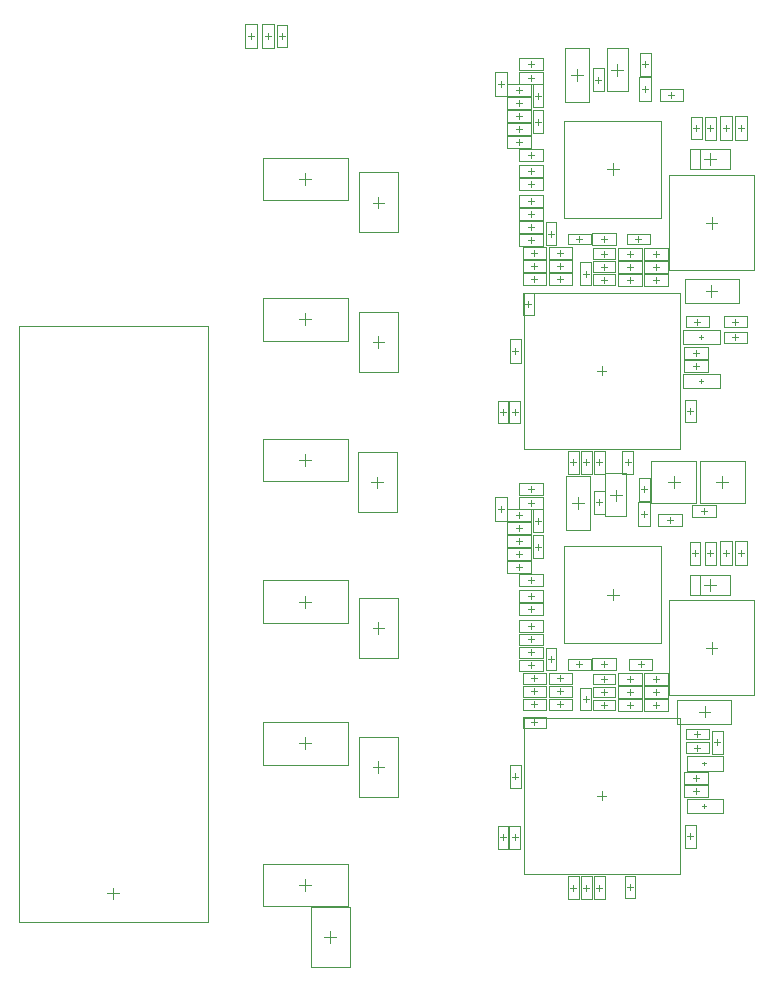
<source format=gbr>
G04 Layer_Color=32768*
%FSLAX26Y26*%
%MOIN*%
%TF.FileFunction,Mechanical*%
%TF.Part,Single*%
G01*
G75*
%TA.AperFunction,NonConductor*%
%ADD75C,0.003937*%
%ADD251C,0.001968*%
D75*
X3787183Y2370073D02*
Y2409443D01*
X3767497Y2389758D02*
X3806868D01*
X5756112Y3655354D02*
Y3675354D01*
X5745905Y3665354D02*
X5765905D01*
X4238032Y5248238D02*
X4258032D01*
X4248032Y5238032D02*
Y5258032D01*
X4293150Y5247825D02*
X4313150D01*
X4303150Y5238032D02*
Y5258032D01*
X4350394Y5238032D02*
Y5258032D01*
X4340394Y5247825D02*
X4360394D01*
X5407874Y3682913D02*
Y3702913D01*
X5397874Y3693119D02*
X5417874D01*
X5403937Y5092362D02*
Y5112362D01*
X5393937Y5102156D02*
X5413937D01*
X4490544Y2243888D02*
X4529914D01*
X4510229Y2224203D02*
Y2263573D01*
X4648025Y3759636D02*
X4687395D01*
X4667710Y3739951D02*
Y3779321D01*
X4651962Y2810817D02*
X4691332D01*
X4671647Y2791132D02*
Y2830502D01*
X4651962Y4228140D02*
X4691332D01*
X4671647Y4208455D02*
Y4247825D01*
X4651962Y3275384D02*
X4691332D01*
X4671647Y3255699D02*
Y3295069D01*
X4651962Y4692707D02*
X4691332D01*
X4671647Y4673022D02*
Y4712392D01*
X5817330Y3740364D02*
Y3779734D01*
X5797645Y3760049D02*
X5837015D01*
X5655913Y3740364D02*
Y3779734D01*
X5636227Y3760049D02*
X5675597D01*
X5118346Y2779321D02*
X5138346D01*
X5128346Y2769528D02*
Y2789528D01*
X5118346Y4196644D02*
X5138346D01*
X5128346Y4186850D02*
Y4206850D01*
X5179734Y3226220D02*
Y3246220D01*
X5169528Y3236220D02*
X5189528D01*
X5179322Y3271496D02*
Y3291496D01*
X5169528Y3281496D02*
X5189528D01*
X5179322Y3326614D02*
Y3346614D01*
X5169528Y3336614D02*
X5189528D01*
X5730503Y2720315D02*
Y2740315D01*
X5720709Y2730315D02*
X5740709D01*
X5730503Y2763622D02*
Y2783622D01*
X5720709Y2773622D02*
X5740709D01*
X5179322Y3425039D02*
Y3445039D01*
X5169528Y3435039D02*
X5189528D01*
X5179322Y3369921D02*
Y3389921D01*
X5169528Y3379921D02*
X5189528D01*
X5277747Y3096299D02*
Y3116299D01*
X5267953Y3106299D02*
X5287953D01*
X5191133Y3096299D02*
Y3116299D01*
X5181339Y3106299D02*
X5201339D01*
X5179007Y3680945D02*
Y3700945D01*
X5169213Y3690945D02*
X5189213D01*
X5277747Y3052992D02*
Y3072992D01*
X5267953Y3062992D02*
X5287953D01*
X5191133Y3052992D02*
Y3072992D01*
X5181339Y3062992D02*
X5201339D01*
X5277747Y3009685D02*
Y3029685D01*
X5267953Y3019685D02*
X5287953D01*
X5191133Y3009685D02*
Y3029685D01*
X5181339Y3019685D02*
X5201339D01*
X5597057Y3094330D02*
Y3114330D01*
X5586850Y3104330D02*
X5606850D01*
X5597057Y3051023D02*
Y3071023D01*
X5586850Y3061023D02*
X5606850D01*
X5597057Y3007716D02*
Y3027716D01*
X5586850Y3017716D02*
X5606850D01*
X5510030Y3007716D02*
Y3027716D01*
X5500236Y3017716D02*
X5520236D01*
X5510030Y3051023D02*
Y3071023D01*
X5500236Y3061023D02*
X5520236D01*
X5510030Y3094330D02*
Y3114330D01*
X5500236Y3104330D02*
X5520236D01*
X5364567Y2399449D02*
Y2419449D01*
X5354567Y2409243D02*
X5374567D01*
X5801575Y2883701D02*
Y2903701D01*
X5791575Y2893494D02*
X5811575D01*
X5407874Y2399449D02*
Y2419449D01*
X5397874Y2409243D02*
X5417874D01*
X5724646Y2921260D02*
X5744646D01*
X5734852Y2911260D02*
Y2931260D01*
X5330945Y3153543D02*
X5350945D01*
X5341151Y3143543D02*
Y3163543D01*
X5557480Y3726220D02*
Y3746220D01*
X5547480Y3736427D02*
X5567480D01*
X5362599Y3028031D02*
Y3048031D01*
X5352599Y3038237D02*
X5372599D01*
X5724646Y2875984D02*
X5744646D01*
X5734852Y2865984D02*
Y2885984D01*
X5321260Y2399449D02*
Y2419449D01*
X5311260Y2409243D02*
X5331260D01*
X5711024Y2570708D02*
Y2590708D01*
X5701024Y2580502D02*
X5721024D01*
X5126378Y2567401D02*
Y2587401D01*
X5116378Y2577607D02*
X5136378D01*
X5181339Y2960630D02*
X5201339D01*
X5191132Y2950630D02*
Y2970630D01*
X5510236Y2401417D02*
Y2421417D01*
X5500236Y2411211D02*
X5520236D01*
X5087008Y2567401D02*
Y2587401D01*
X5077008Y2577607D02*
X5097008D01*
X5413622Y3104330D02*
X5433622D01*
X5423828Y3094330D02*
Y3114330D01*
X5413622Y3061023D02*
X5433622D01*
X5423828Y3051023D02*
Y3071023D01*
X5413622Y3017716D02*
X5433622D01*
X5423828Y3007716D02*
Y3027716D01*
X5423416Y3143543D02*
Y3163543D01*
X5413622Y3153543D02*
X5433622D01*
X5139951Y3641575D02*
Y3661575D01*
X5130158Y3651575D02*
X5150158D01*
X5179007Y3728189D02*
Y3748189D01*
X5169213Y3738189D02*
X5189213D01*
X5432480Y3385827D02*
X5471850D01*
X5452165Y3366141D02*
Y3405512D01*
X5246772Y3161260D02*
Y3181260D01*
X5236772Y3171466D02*
X5256772D01*
X5203150Y3535275D02*
Y3555275D01*
X5193150Y3545069D02*
X5213150D01*
X5203150Y3621890D02*
Y3641890D01*
X5193150Y3632096D02*
X5213150D01*
X5179322Y3139606D02*
Y3159606D01*
X5169528Y3149606D02*
X5189528D01*
X5179322Y3182913D02*
Y3202913D01*
X5169528Y3192913D02*
X5189528D01*
X5139951Y3554960D02*
Y3574960D01*
X5130158Y3564960D02*
X5150158D01*
X5139951Y3511653D02*
Y3531653D01*
X5130158Y3521653D02*
X5150158D01*
X5139951Y3598267D02*
Y3618267D01*
X5130158Y3608267D02*
X5150158D01*
X4427353Y3342527D02*
Y3381897D01*
X4407668Y3362212D02*
X4447038D01*
X4427353Y2870086D02*
Y2909456D01*
X4407668Y2889771D02*
X4447038D01*
X4427353Y2397645D02*
Y2437015D01*
X4407668Y2417330D02*
X4447038D01*
X5070788Y3671466D02*
X5090788D01*
X5080788Y3661260D02*
Y3681260D01*
X5140364Y3468346D02*
Y3488346D01*
X5130158Y3478346D02*
X5150158D01*
X5462985Y3696644D02*
Y3736014D01*
X5443300Y3716329D02*
X5482670D01*
X5317001Y3690738D02*
X5356371D01*
X5336686Y3671053D02*
Y3710423D01*
X5730709Y4930945D02*
Y4950945D01*
X5720709Y4941151D02*
X5740709D01*
X5777953Y4930630D02*
Y4950630D01*
X5767953Y4940424D02*
X5787953D01*
X5648238Y5041181D02*
Y5061181D01*
X5638032Y5051181D02*
X5658032D01*
X5313379Y5117904D02*
X5352749D01*
X5333064Y5098219D02*
Y5137589D01*
X5466922Y5113967D02*
Y5153337D01*
X5447237Y5133652D02*
X5486607D01*
X5140364Y4885669D02*
Y4905669D01*
X5130158Y4895669D02*
X5150158D01*
X5070787Y5088789D02*
X5090787D01*
X5080787Y5078583D02*
Y5098583D01*
X4427353Y3814968D02*
Y3854338D01*
X4407668Y3834653D02*
X4447038D01*
X4427353Y4283471D02*
Y4322842D01*
X4407668Y4303157D02*
X4447038D01*
X4427353Y4751975D02*
Y4791346D01*
X4407668Y4771660D02*
X4447038D01*
X5139951Y5015591D02*
Y5035591D01*
X5130158Y5025591D02*
X5150158D01*
X5139951Y4928976D02*
Y4948976D01*
X5130158Y4938976D02*
X5150158D01*
X5139951Y4972283D02*
Y4992283D01*
X5130158Y4982283D02*
X5150158D01*
X5179322Y4600236D02*
Y4620236D01*
X5169528Y4610236D02*
X5189528D01*
X5179322Y4556929D02*
Y4576929D01*
X5169528Y4566929D02*
X5189528D01*
X5203150Y5039212D02*
Y5059212D01*
X5193150Y5049419D02*
X5213150D01*
X5203150Y4952598D02*
Y4972598D01*
X5193150Y4962392D02*
X5213150D01*
X5246772Y4578583D02*
Y4598583D01*
X5236772Y4588789D02*
X5256772D01*
X5551417Y5070660D02*
X5571417D01*
X5561417Y5060866D02*
Y5080866D01*
X5870315Y4940424D02*
X5890315D01*
X5880315Y4930630D02*
Y4950630D01*
X5432480Y4803150D02*
X5471850D01*
X5452165Y4783464D02*
Y4822834D01*
X5179006Y5145512D02*
Y5165512D01*
X5169213Y5155512D02*
X5189213D01*
X5139951Y5058898D02*
Y5078898D01*
X5130158Y5068898D02*
X5150158D01*
X5819134Y4940424D02*
X5839134D01*
X5829134Y4930630D02*
Y4950630D01*
X5423416Y4560866D02*
Y4580866D01*
X5413622Y4570866D02*
X5433622D01*
X5413622Y4435039D02*
X5433622D01*
X5423828Y4425039D02*
Y4445039D01*
X5413622Y4478346D02*
X5433622D01*
X5423828Y4468346D02*
Y4488346D01*
X5413622Y4521653D02*
X5433622D01*
X5423828Y4511653D02*
Y4531653D01*
X5087008Y3984724D02*
Y4004724D01*
X5077008Y3994930D02*
X5097008D01*
X5502362Y3816772D02*
Y3836772D01*
X5492362Y3826565D02*
X5512362D01*
X5171654Y4344331D02*
Y4364331D01*
X5161654Y4354537D02*
X5181654D01*
X5126378Y3984724D02*
Y4004724D01*
X5116378Y3994930D02*
X5136378D01*
X5711024Y3988031D02*
Y4008031D01*
X5701024Y3997825D02*
X5721024D01*
X5321260Y3816772D02*
Y3836772D01*
X5311260Y3826565D02*
X5331260D01*
X5724646Y4295275D02*
X5744646D01*
X5734852Y4285275D02*
Y4305275D01*
X5362598Y4445354D02*
Y4465354D01*
X5352598Y4455560D02*
X5372598D01*
X5561417Y5143543D02*
Y5163543D01*
X5551417Y5153337D02*
X5571417D01*
X5527795Y4570866D02*
X5547795D01*
X5538002Y4560866D02*
Y4580866D01*
X5330945Y4570866D02*
X5350945D01*
X5341151Y4560866D02*
Y4580866D01*
X5850630Y4244094D02*
X5870630D01*
X5860424Y4234094D02*
Y4254094D01*
X5407874Y3816772D02*
Y3836772D01*
X5397874Y3826565D02*
X5417874D01*
X5781684Y4377960D02*
Y4417330D01*
X5761998Y4397645D02*
X5801369D01*
X5850630Y4295275D02*
X5870630D01*
X5860424Y4285275D02*
Y4305275D01*
X5364567Y3816772D02*
Y3836772D01*
X5354567Y3826565D02*
X5374567D01*
X5777953Y4818898D02*
Y4858268D01*
X5758268Y4838583D02*
X5797638D01*
X5762198Y4625778D02*
X5801568D01*
X5781883Y4606093D02*
Y4645463D01*
X5510030Y4511653D02*
Y4531653D01*
X5500236Y4521653D02*
X5520236D01*
X5510030Y4468346D02*
Y4488346D01*
X5500236Y4478346D02*
X5520236D01*
X5510030Y4425039D02*
Y4445039D01*
X5500236Y4435039D02*
X5520236D01*
X5597057Y4425039D02*
Y4445039D01*
X5586850Y4435039D02*
X5606850D01*
X5597057Y4468346D02*
Y4488346D01*
X5586850Y4478346D02*
X5606850D01*
X5597057Y4511653D02*
Y4531653D01*
X5586850Y4521653D02*
X5606850D01*
X5191132Y4427008D02*
Y4447008D01*
X5181339Y4437008D02*
X5201339D01*
X5277747Y4427008D02*
Y4447008D01*
X5267953Y4437008D02*
X5287953D01*
X5191132Y4470315D02*
Y4490315D01*
X5181339Y4480315D02*
X5201339D01*
X5277747Y4470315D02*
Y4490315D01*
X5267953Y4480315D02*
X5287953D01*
X5179006Y5098268D02*
Y5118268D01*
X5169213Y5108268D02*
X5189213D01*
X5191132Y4513622D02*
Y4533622D01*
X5181339Y4523622D02*
X5201339D01*
X5277747Y4513622D02*
Y4533622D01*
X5267953Y4523622D02*
X5287953D01*
X5179321Y4787244D02*
Y4807244D01*
X5169528Y4797244D02*
X5189528D01*
X5179321Y4842362D02*
Y4862362D01*
X5169528Y4852362D02*
X5189528D01*
X5730502Y4180945D02*
Y4200945D01*
X5720709Y4190945D02*
X5740709D01*
X5730502Y4137638D02*
Y4157638D01*
X5720709Y4147638D02*
X5740709D01*
X5179321Y4743937D02*
Y4763937D01*
X5169528Y4753937D02*
X5189528D01*
X5179321Y4688819D02*
Y4708819D01*
X5169528Y4698819D02*
X5189528D01*
X5179734Y4643543D02*
Y4663543D01*
X5169528Y4653543D02*
X5189528D01*
X5758474Y2976371D02*
Y3015741D01*
X5738789Y2996056D02*
X5778159D01*
X5762198Y3208455D02*
X5801568D01*
X5781883Y3188770D02*
Y3228140D01*
X5547480Y3653337D02*
X5567480D01*
X5557480Y3643543D02*
Y3663543D01*
X5644301Y3623858D02*
Y3643858D01*
X5634095Y3633858D02*
X5654095D01*
X5535669Y3153543D02*
X5555669D01*
X5545876Y3143543D02*
Y3163543D01*
X5726772Y3513622D02*
Y3533622D01*
X5716772Y3523828D02*
X5736772D01*
X5777953Y3513622D02*
Y3533622D01*
X5767953Y3523416D02*
X5787953D01*
X5777953Y3397638D02*
Y3437008D01*
X5758268Y3417323D02*
X5797638D01*
X5870315Y3523416D02*
X5890315D01*
X5880315Y3513622D02*
Y3533622D01*
X5819134Y3523416D02*
X5839134D01*
X5829134Y3513622D02*
Y3533622D01*
D251*
X3472428Y2294751D02*
X4102349Y2294751D01*
X3472428Y4279515D02*
X4102349Y4279515D01*
Y2294751D02*
Y4279515D01*
X3472428Y2294751D02*
Y4279515D01*
X5795276Y3645669D02*
Y3685039D01*
X5716535Y3685039D02*
X5795276Y3685039D01*
X5716535Y3645669D02*
X5795276Y3645669D01*
X5716535Y3645669D02*
Y3685039D01*
X4228346Y5287402D02*
X4267717D01*
X4228346D02*
X4228346Y5208661D01*
X4267717D02*
X4267717Y5287402D01*
X4228346Y5208661D02*
X4267717D01*
X4283465D02*
X4322835D01*
X4322835Y5287402D02*
X4322835Y5208661D01*
X4283465D02*
X4283465Y5287402D01*
X4322835D01*
X4332394Y5286032D02*
X4368394D01*
X4332394Y5210032D02*
X4332394Y5286032D01*
X4368394D02*
X4368394Y5210032D01*
X4332394D02*
X4368394D01*
X5389874Y3654913D02*
X5425874D01*
X5425874Y3730913D01*
X5389874D02*
X5389874Y3654913D01*
X5389874Y3730913D02*
X5425874D01*
X5385937Y5140362D02*
X5421937D01*
X5385937Y5064362D02*
X5385937Y5140362D01*
X5421937D02*
X5421937Y5064362D01*
X5385937D02*
X5421937D01*
X4445236Y2144094D02*
X4575236D01*
X4575236Y2344094D02*
X4575236Y2144094D01*
X4445236D02*
Y2344094D01*
X4575236D01*
X4602717Y3659843D02*
X4732717D01*
X4732717Y3859843D02*
X4732717Y3659843D01*
X4602717D02*
Y3859843D01*
X4732717D01*
X4606654Y2711024D02*
X4736654D01*
X4736654Y2911024D02*
X4736654Y2711024D01*
X4606654D02*
Y2911024D01*
X4736654D01*
X4606654Y4128346D02*
X4736654D01*
X4736654Y4328346D02*
X4736654Y4128346D01*
X4606654D02*
Y4328346D01*
X4736654D01*
X4606654Y3175590D02*
X4736654D01*
X4736654Y3375590D02*
X4736654Y3175590D01*
X4606654D02*
Y3375590D01*
X4736654D01*
X4606654Y4592913D02*
X4736654D01*
X4736654Y4792913D02*
X4736654Y4592913D01*
X4606654D02*
Y4792913D01*
X4736654D01*
X5742323Y3689843D02*
X5892323D01*
X5892323Y3829843D01*
X5742323D02*
X5742323Y3689843D01*
X5742323Y3829843D02*
X5892323D01*
X5580906Y3689843D02*
X5730905D01*
X5730905Y3829843D01*
X5580905D02*
X5580906Y3689843D01*
X5580905Y3829843D02*
X5730905D01*
X5108661Y2740157D02*
X5148032D01*
X5148032Y2818898D02*
X5148032Y2740157D01*
X5108661D02*
X5108662Y2818898D01*
X5148032D01*
X5108661Y4157480D02*
X5148032D01*
X5148032Y4236220D02*
X5148032Y4157480D01*
X5108661D02*
X5108662Y4236220D01*
X5148032D01*
X5155748Y2454567D02*
X5675748D01*
Y2974567D01*
X5155748Y2454567D02*
Y2974567D01*
X5675748D01*
X5415748Y2699567D02*
Y2729567D01*
X5400748Y2714567D02*
X5430748D01*
X5218898Y3216535D02*
Y3255905D01*
X5140158Y3255905D02*
X5218898Y3255905D01*
X5140158Y3216535D02*
X5218898Y3216535D01*
X5140158Y3216535D02*
Y3255905D01*
X5140158Y3261811D02*
Y3301181D01*
Y3261811D02*
X5218898Y3261811D01*
X5140158Y3301181D02*
X5218898Y3301181D01*
Y3261811D02*
Y3301181D01*
X5140158Y3316929D02*
Y3356299D01*
Y3316929D02*
X5218898Y3316929D01*
X5140158Y3356299D02*
X5218898Y3356299D01*
Y3316929D02*
Y3356299D01*
X5691339Y2710630D02*
Y2750000D01*
Y2710630D02*
X5770079Y2710630D01*
X5691339Y2750000D02*
X5770079Y2750000D01*
Y2710630D02*
Y2750000D01*
X5691339Y2753937D02*
Y2793307D01*
Y2753937D02*
X5770079Y2753937D01*
X5691339Y2793307D02*
X5770079Y2793307D01*
Y2753937D02*
Y2793307D01*
X5140158Y3415354D02*
Y3454724D01*
Y3415354D02*
X5218898Y3415354D01*
X5140158Y3454724D02*
X5218898Y3454724D01*
Y3415354D02*
Y3454724D01*
X5140158Y3360236D02*
Y3399606D01*
Y3360236D02*
X5218898Y3360236D01*
X5140158Y3399606D02*
X5218898Y3399606D01*
Y3360236D02*
Y3399606D01*
X5238583Y3086614D02*
Y3125984D01*
Y3086614D02*
X5317323Y3086614D01*
X5238583Y3125984D02*
X5317323Y3125984D01*
Y3086614D02*
Y3125984D01*
X5151969Y3086614D02*
Y3125984D01*
Y3086614D02*
X5230709Y3086614D01*
X5151969Y3125984D02*
X5230709Y3125984D01*
Y3086614D02*
Y3125984D01*
X5139843Y3671260D02*
Y3710630D01*
Y3671260D02*
X5218583Y3671260D01*
X5139843Y3710630D02*
X5218583Y3710630D01*
Y3671260D02*
Y3710630D01*
X5238583Y3043307D02*
Y3082677D01*
Y3043307D02*
X5317323Y3043307D01*
X5238583Y3082677D02*
X5317323Y3082677D01*
Y3043307D02*
Y3082677D01*
X5151969Y3043307D02*
Y3082677D01*
Y3043307D02*
X5230709Y3043307D01*
X5151969Y3082677D02*
X5230709Y3082677D01*
Y3043307D02*
Y3082677D01*
X5238583Y3000000D02*
Y3039370D01*
Y3000000D02*
X5317323Y3000000D01*
X5238583Y3039370D02*
X5317323Y3039370D01*
Y3000000D02*
Y3039370D01*
X5151969Y3000000D02*
Y3039370D01*
Y3000000D02*
X5230709Y3000000D01*
X5151969Y3039370D02*
X5230709Y3039370D01*
Y3000000D02*
Y3039370D01*
X5636221Y3084645D02*
Y3124015D01*
X5557480Y3124015D02*
X5636221Y3124015D01*
X5557480Y3084645D02*
X5636221Y3084645D01*
X5557480Y3084645D02*
Y3124015D01*
X5636221Y3041338D02*
Y3080709D01*
X5557480Y3080708D02*
X5636221Y3080709D01*
X5557480Y3041338D02*
X5636221Y3041338D01*
X5557480Y3041338D02*
Y3080708D01*
X5636221Y2998031D02*
Y3037401D01*
X5557480Y3037401D02*
X5636221Y3037401D01*
X5557480Y2998031D02*
X5636221Y2998031D01*
X5557480Y2998031D02*
Y3037401D01*
X5470866Y2998031D02*
Y3037401D01*
Y2998031D02*
X5549606Y2998031D01*
X5470866Y3037401D02*
X5549606Y3037401D01*
Y2998031D02*
Y3037401D01*
X5470866Y3041338D02*
Y3080709D01*
Y3041338D02*
X5549606Y3041338D01*
X5470866Y3080709D02*
X5549606Y3080708D01*
Y3041338D02*
Y3080708D01*
X5470866Y3084645D02*
Y3124015D01*
Y3084645D02*
X5549606Y3084645D01*
X5470866Y3124015D02*
X5549606Y3124015D01*
Y3084645D02*
Y3124015D01*
X5751709Y2822834D02*
X5764701D01*
X5821260Y2799213D02*
Y2846457D01*
X5758205Y2816338D02*
Y2829330D01*
X5699213Y2846457D02*
X5821260D01*
X5699213Y2799213D02*
X5821260D01*
X5699213D02*
Y2846457D01*
X5751709Y2681102D02*
X5764701D01*
X5821260Y2657480D02*
Y2704724D01*
X5758205Y2674606D02*
Y2687598D01*
X5699213Y2704724D02*
X5821260D01*
X5699213Y2657480D02*
X5821260D01*
X5699213D02*
Y2704724D01*
X5346567Y2447449D02*
X5382567D01*
X5346567Y2371449D02*
X5346567Y2447449D01*
X5382567D02*
X5382567Y2371449D01*
X5346567D02*
X5382567D01*
X5783575Y2931701D02*
X5819575D01*
X5783575Y2855701D02*
X5783575Y2931701D01*
X5819575D02*
X5819575Y2855701D01*
X5783575D02*
X5819575D01*
X5389874Y2447449D02*
X5425874D01*
X5389874Y2371449D02*
X5389874Y2447449D01*
X5425874D02*
X5425874Y2371449D01*
X5389874D02*
X5425874D01*
X5696646Y2903260D02*
Y2939260D01*
Y2903260D02*
X5772646Y2903260D01*
X5696646Y2939260D02*
X5772646Y2939260D01*
Y2903260D02*
Y2939260D01*
X5302945Y3135543D02*
Y3171543D01*
Y3135543D02*
X5378945Y3135543D01*
X5302945Y3171543D02*
X5378945Y3171543D01*
Y3135543D02*
Y3171543D01*
X5539480Y3698220D02*
X5575480D01*
X5575480Y3774220D01*
X5539480D02*
X5539480Y3698220D01*
X5539480Y3774220D02*
X5575480D01*
X5344599Y3000031D02*
X5380599D01*
X5380599Y3076031D01*
X5344598D02*
X5344599Y3000031D01*
X5344598Y3076031D02*
X5380599D01*
X5696646Y2857984D02*
Y2893984D01*
Y2857984D02*
X5772646Y2857984D01*
X5696646Y2893984D02*
X5772646Y2893984D01*
Y2857984D02*
Y2893984D01*
X5303260Y2447449D02*
X5339260D01*
X5303260Y2371449D02*
X5303260Y2447449D01*
X5339260D02*
X5339260Y2371449D01*
X5303260D02*
X5339260D01*
X5693024Y2618708D02*
X5729024D01*
X5693024Y2542708D02*
X5693024Y2618708D01*
X5729024D02*
X5729024Y2542708D01*
X5693024D02*
X5729024D01*
X5108378Y2539401D02*
X5144378D01*
X5144378Y2615401D01*
X5108378D02*
X5108378Y2539401D01*
X5108378Y2615401D02*
X5144378D01*
X5229339Y2942630D02*
Y2978630D01*
X5153339Y2978630D02*
X5229339Y2978630D01*
X5153339Y2942630D02*
X5229339Y2942630D01*
X5153339Y2942630D02*
Y2978630D01*
X5492236Y2449417D02*
X5528236D01*
X5492236Y2373417D02*
X5492236Y2449417D01*
X5528236D02*
X5528236Y2373417D01*
X5492236D02*
X5528236D01*
X5069008Y2539401D02*
X5105008D01*
X5105008Y2615401D01*
X5069008D02*
X5069008Y2539401D01*
X5069008Y2615401D02*
X5105008D01*
X5385622Y3086330D02*
Y3122330D01*
Y3086330D02*
X5461622Y3086330D01*
X5385622Y3122330D02*
X5461622Y3122331D01*
Y3086330D02*
Y3122331D01*
X5385622Y3043023D02*
Y3079023D01*
Y3043023D02*
X5461622Y3043023D01*
X5385622Y3079023D02*
X5461622Y3079023D01*
Y3043023D02*
Y3079023D01*
X5385622Y2999716D02*
Y3035716D01*
Y2999716D02*
X5461622Y2999716D01*
X5385622Y3035716D02*
X5461622Y3035716D01*
Y2999716D02*
Y3035716D01*
X5384252Y3133858D02*
Y3173228D01*
Y3133858D02*
X5462992Y3133858D01*
X5384252Y3173228D02*
X5462992Y3173228D01*
Y3133858D02*
Y3173228D01*
X5100788Y3631889D02*
Y3671260D01*
Y3631889D02*
X5179528Y3631890D01*
X5100788Y3671260D02*
X5179528Y3671260D01*
Y3631890D02*
Y3671260D01*
X5139843Y3718504D02*
Y3757874D01*
Y3718504D02*
X5218583Y3718504D01*
X5139843Y3757874D02*
X5218583Y3757874D01*
Y3718504D02*
Y3757874D01*
X5290748Y3547244D02*
X5613583D01*
X5290748Y3224409D02*
Y3547244D01*
X5613583Y3224409D02*
Y3547244D01*
X5290748Y3224409D02*
X5613583D01*
X5228772Y3133260D02*
X5264772D01*
X5264772Y3209260D01*
X5228772D02*
X5228772Y3133260D01*
X5228772Y3209260D02*
X5264772D01*
X5185150Y3583275D02*
X5221150D01*
X5185150Y3507275D02*
X5185150Y3583275D01*
X5221150D02*
X5221150Y3507275D01*
X5185150D02*
X5221150D01*
X5185150Y3593890D02*
X5221150D01*
X5221150Y3669890D01*
X5185150D02*
X5185150Y3593890D01*
X5185150Y3669890D02*
X5221150D01*
X5140158Y3129921D02*
Y3169291D01*
Y3129921D02*
X5218898Y3129921D01*
X5140158Y3169291D02*
X5218898Y3169291D01*
Y3129921D02*
Y3169291D01*
X5140158Y3173228D02*
Y3212598D01*
Y3173228D02*
X5218898Y3173228D01*
X5140158Y3212598D02*
X5218898Y3212598D01*
Y3173228D02*
Y3212598D01*
X5100788Y3545275D02*
Y3584646D01*
Y3545275D02*
X5179528Y3545275D01*
X5100788Y3584646D02*
X5179528Y3584645D01*
Y3545275D02*
Y3584645D01*
X5100788Y3501968D02*
Y3541338D01*
Y3501968D02*
X5179528Y3501968D01*
X5100788Y3541338D02*
X5179528Y3541338D01*
Y3501968D02*
Y3541338D01*
X5100788Y3588582D02*
Y3627953D01*
Y3588582D02*
X5179528Y3588582D01*
X5100788Y3627953D02*
X5179528Y3627952D01*
Y3588582D02*
Y3627952D01*
X4285827Y3291338D02*
Y3433071D01*
Y3291338D02*
X4569291Y3291339D01*
X4285827Y3433071D02*
X4569291Y3433071D01*
Y3291339D02*
Y3433071D01*
X4285827Y2818898D02*
Y2960630D01*
Y2818898D02*
X4569291Y2818898D01*
X4285827Y2960630D02*
X4569291Y2960630D01*
Y2818898D02*
Y2960630D01*
X4285827Y2346456D02*
Y2488189D01*
Y2346456D02*
X4569292Y2346457D01*
X4285827Y2488189D02*
X4569292Y2488189D01*
Y2346457D02*
Y2488189D01*
X5061102Y3710630D02*
X5100473D01*
X5061102D02*
X5061102Y3631890D01*
X5100472D02*
X5100473Y3710630D01*
X5061102Y3631890D02*
X5100472D01*
X5179528Y3458661D02*
Y3498031D01*
X5100788Y3498031D02*
X5179528Y3498031D01*
X5100788Y3458661D02*
X5179528Y3458661D01*
X5100788Y3458661D02*
Y3498031D01*
X5427992Y3791535D02*
X5497992D01*
X5427992Y3646535D02*
X5427992Y3791535D01*
X5497992D02*
X5497992Y3646535D01*
X5427992D02*
X5497992D01*
X5296693Y3600945D02*
X5376693D01*
X5376693Y3780945D02*
X5376693Y3600945D01*
X5296693D02*
X5296693Y3780945D01*
X5376693D01*
X5712709Y4902945D02*
X5748709D01*
X5748709Y4978945D01*
X5712709D02*
X5712709Y4902945D01*
X5712709Y4978945D02*
X5748709D01*
X5759953Y4978630D02*
X5795953D01*
X5759953Y4902630D02*
X5759953Y4978630D01*
X5795953D02*
X5795953Y4902630D01*
X5759953D02*
X5795953D01*
X5687402Y5031496D02*
Y5070866D01*
X5608661Y5070866D02*
X5687402Y5070866D01*
X5608661Y5031496D02*
X5687402Y5031496D01*
X5608661Y5031496D02*
Y5070866D01*
X5293071Y5028110D02*
X5373071D01*
X5373071Y5208110D02*
X5373071Y5028110D01*
X5293071D02*
X5293071Y5208110D01*
X5373071D01*
X5431929Y5208858D02*
X5501929D01*
X5431929Y5063858D02*
X5431929Y5208858D01*
X5501929D02*
X5501929Y5063858D01*
X5431929D02*
X5501929D01*
X5179528Y4875984D02*
Y4915354D01*
X5100787Y4915354D02*
X5179528Y4915354D01*
X5100787Y4875984D02*
X5179528Y4875984D01*
X5100787Y4875984D02*
Y4915354D01*
X5061102Y5127953D02*
X5100472D01*
X5061102D02*
X5061102Y5049213D01*
X5100472D02*
X5100472Y5127953D01*
X5061102Y5049213D02*
X5100472D01*
X4285827Y3763779D02*
Y3905512D01*
Y3763779D02*
X4569292Y3763780D01*
X4285827Y3905512D02*
X4569292Y3905512D01*
Y3763780D02*
Y3905512D01*
X4285827Y4232283D02*
Y4374016D01*
Y4232283D02*
X4569292Y4232283D01*
X4285827Y4374016D02*
X4569292Y4374016D01*
Y4232283D02*
Y4374016D01*
X4285827Y4700787D02*
Y4842520D01*
Y4700787D02*
X4569291Y4700787D01*
X4285827Y4842520D02*
X4569291Y4842520D01*
Y4700787D02*
Y4842520D01*
X5100787Y5005905D02*
Y5045276D01*
Y5005905D02*
X5179528Y5005905D01*
X5100787Y5045276D02*
X5179528Y5045275D01*
Y5005905D02*
Y5045275D01*
X5100787Y4919291D02*
Y4958661D01*
Y4919291D02*
X5179528Y4919291D01*
X5100787Y4958661D02*
X5179528Y4958661D01*
Y4919291D02*
Y4958661D01*
X5100787Y4962598D02*
Y5001968D01*
Y4962598D02*
X5179528Y4962598D01*
X5100787Y5001968D02*
X5179528Y5001968D01*
Y4962598D02*
Y5001968D01*
X5140158Y4590551D02*
Y4629921D01*
Y4590551D02*
X5218898Y4590551D01*
X5140158Y4629921D02*
X5218898Y4629921D01*
Y4590551D02*
Y4629921D01*
X5140158Y4547244D02*
Y4586614D01*
Y4547244D02*
X5218898Y4547244D01*
X5140158Y4586614D02*
X5218898Y4586614D01*
Y4547244D02*
Y4586614D01*
X5185150Y5011212D02*
X5221150D01*
X5221150Y5087212D01*
X5185150D02*
X5185150Y5011212D01*
X5185150Y5087212D02*
X5221150D01*
X5185150Y5000598D02*
X5221150D01*
X5185150Y4924598D02*
X5185150Y5000598D01*
X5221150D02*
X5221150Y4924598D01*
X5185150D02*
X5221150D01*
X5228772Y4550583D02*
X5264772D01*
X5264772Y4626583D01*
X5228772D02*
X5228772Y4550583D01*
X5228772Y4626583D02*
X5264772D01*
X5541732Y5031496D02*
X5581102D01*
X5581102Y5110236D02*
X5581102Y5031496D01*
X5541732D02*
X5541732Y5110236D01*
X5581102D01*
X5860630Y4901260D02*
X5900000D01*
X5900000Y4980000D02*
X5900000Y4901260D01*
X5860630D02*
X5860630Y4980000D01*
X5900000D01*
X5290748Y4964567D02*
X5613583D01*
X5290748Y4641732D02*
Y4964567D01*
X5613583Y4641732D02*
Y4964567D01*
X5290748Y4641732D02*
X5613583D01*
X5139842Y5135827D02*
Y5175197D01*
Y5135827D02*
X5218583Y5135827D01*
X5139842Y5175197D02*
X5218583Y5175197D01*
Y5135827D02*
Y5175197D01*
X5100787Y5049212D02*
Y5088583D01*
Y5049212D02*
X5179528Y5049212D01*
X5100787Y5088583D02*
X5179528Y5088583D01*
Y5049212D02*
Y5088583D01*
X5809449Y4901260D02*
X5848819D01*
X5848819Y4980000D02*
X5848819Y4901260D01*
X5809449D02*
X5809449Y4980000D01*
X5848819D01*
X5384252Y4551181D02*
Y4590551D01*
Y4551181D02*
X5462992Y4551181D01*
X5384252Y4590551D02*
X5462992Y4590551D01*
Y4551181D02*
Y4590551D01*
X5385622Y4417039D02*
Y4453039D01*
Y4417039D02*
X5461622Y4417039D01*
X5385622Y4453039D02*
X5461622Y4453039D01*
Y4417039D02*
Y4453039D01*
X5385622Y4460346D02*
Y4496346D01*
Y4460346D02*
X5461622Y4460346D01*
X5385622Y4496346D02*
X5461622Y4496346D01*
Y4460346D02*
Y4496346D01*
X5385622Y4503653D02*
Y4539653D01*
Y4503653D02*
X5461622Y4503653D01*
X5385622Y4539653D02*
X5461622Y4539654D01*
Y4503653D02*
Y4539654D01*
X5069008Y3956724D02*
X5105008D01*
X5105008Y4032724D01*
X5069008D02*
X5069008Y3956724D01*
X5069008Y4032724D02*
X5105008D01*
X5484362Y3864772D02*
X5520362D01*
X5484362Y3788772D02*
X5484362Y3864772D01*
X5520362D02*
X5520362Y3788772D01*
X5484362D02*
X5520362D01*
X5153654Y4316331D02*
X5189654D01*
X5189654Y4392331D01*
X5153654D02*
X5153654Y4316331D01*
X5153654Y4392331D02*
X5189654D01*
X5108378Y3956724D02*
X5144378D01*
X5144378Y4032724D01*
X5108378D02*
X5108378Y3956724D01*
X5108378Y4032724D02*
X5144378D01*
X5693024Y4036031D02*
X5729024D01*
X5693024Y3960031D02*
X5693024Y4036031D01*
X5729024D02*
X5729024Y3960031D01*
X5693024D02*
X5729024D01*
X5303260Y3864772D02*
X5339260D01*
X5303260Y3788772D02*
X5303260Y3864772D01*
X5339260D02*
X5339260Y3788772D01*
X5303260D02*
X5339260D01*
X5696646Y4277275D02*
Y4313275D01*
Y4277275D02*
X5772646Y4277275D01*
X5696646Y4313275D02*
X5772646Y4313276D01*
Y4277275D02*
Y4313276D01*
X5344598Y4417354D02*
X5380598D01*
X5380599Y4493354D01*
X5344598D02*
X5344598Y4417354D01*
X5344598Y4493354D02*
X5380599D01*
X5543417Y5191543D02*
X5579417D01*
X5543417Y5115543D02*
X5543417Y5191543D01*
X5579417D02*
X5579417Y5115543D01*
X5543417D02*
X5579417D01*
X5499795Y4552866D02*
Y4588866D01*
Y4552866D02*
X5575795Y4552866D01*
X5499795Y4588866D02*
X5575795Y4588866D01*
Y4552866D02*
Y4588866D01*
X5302945Y4552866D02*
Y4588866D01*
Y4552866D02*
X5378945Y4552866D01*
X5302945Y4588866D02*
X5378945Y4588866D01*
Y4552866D02*
Y4588866D01*
X5898630Y4226094D02*
Y4262094D01*
X5822630Y4262095D02*
X5898630Y4262094D01*
X5822630Y4226094D02*
X5898630Y4226094D01*
X5822630Y4226094D02*
Y4262095D01*
X5389874Y3864772D02*
X5425874D01*
X5389874Y3788772D02*
X5389874Y3864772D01*
X5425874D02*
X5425874Y3788772D01*
X5389874D02*
X5425874D01*
X5691890Y4357638D02*
Y4437638D01*
Y4357638D02*
X5871890Y4357638D01*
X5691890Y4437638D02*
X5871890Y4437638D01*
Y4357638D02*
Y4437638D01*
X5898630Y4277275D02*
Y4313275D01*
X5822630Y4313276D02*
X5898630Y4313275D01*
X5822630Y4277275D02*
X5898630Y4277275D01*
X5822630Y4277275D02*
Y4313276D01*
X5346567Y3864772D02*
X5382567D01*
X5346567Y3788772D02*
X5346567Y3864772D01*
X5382567D02*
X5382567Y3788772D01*
X5346567D02*
X5382567D01*
X5739898Y4098425D02*
X5752890D01*
X5809449Y4074803D02*
Y4122047D01*
X5746394Y4091929D02*
Y4104921D01*
X5687402Y4122047D02*
X5809449D01*
X5687402Y4074803D02*
X5809449D01*
X5687402D02*
Y4122047D01*
X5739898Y4244094D02*
X5752890D01*
X5809449Y4220472D02*
Y4267716D01*
X5746394Y4237598D02*
Y4250590D01*
X5687402Y4267716D02*
X5809449D01*
X5687402Y4220472D02*
X5809449D01*
X5687402D02*
Y4267716D01*
X5742953Y4805118D02*
Y4872047D01*
X5711024D02*
X5844882D01*
X5711024Y4805118D02*
X5844882D01*
X5711024D02*
Y4872047D01*
X5844882Y4805118D02*
Y4872047D01*
X5640157Y4468504D02*
X5923622Y4468504D01*
X5923622Y4783465D02*
X5923622Y4468504D01*
X5640157Y4468504D02*
X5640158Y4783465D01*
X5923622D01*
X5470866Y4501968D02*
Y4541338D01*
Y4501968D02*
X5549606Y4501968D01*
X5470866Y4541338D02*
X5549606Y4541338D01*
Y4501968D02*
Y4541338D01*
X5470866Y4458661D02*
Y4498032D01*
Y4458661D02*
X5549606Y4458661D01*
X5470866Y4498032D02*
X5549606Y4498031D01*
Y4458661D02*
Y4498031D01*
X5470866Y4415354D02*
Y4454724D01*
Y4415354D02*
X5549606Y4415354D01*
X5470866Y4454724D02*
X5549606Y4454724D01*
Y4415354D02*
Y4454724D01*
X5636221Y4415354D02*
Y4454724D01*
X5557480Y4454724D02*
X5636221Y4454724D01*
X5557480Y4415354D02*
X5636221Y4415354D01*
X5557480Y4415354D02*
Y4454724D01*
X5636221Y4458661D02*
Y4498032D01*
X5557480Y4498031D02*
X5636221Y4498032D01*
X5557480Y4458661D02*
X5636221Y4458661D01*
X5557480Y4458661D02*
Y4498031D01*
X5636221Y4501968D02*
Y4541338D01*
X5557480Y4541338D02*
X5636221Y4541338D01*
X5557480Y4501968D02*
X5636221Y4501968D01*
X5557480Y4501968D02*
Y4541338D01*
X5151969Y4417323D02*
Y4456693D01*
Y4417323D02*
X5230709Y4417323D01*
X5151969Y4456693D02*
X5230709Y4456693D01*
Y4417323D02*
Y4456693D01*
X5238583Y4417323D02*
Y4456693D01*
Y4417323D02*
X5317323Y4417323D01*
X5238583Y4456693D02*
X5317323Y4456693D01*
Y4417323D02*
Y4456693D01*
X5151969Y4460630D02*
Y4500000D01*
Y4460630D02*
X5230709Y4460630D01*
X5151969Y4500000D02*
X5230709Y4500000D01*
Y4460630D02*
Y4500000D01*
X5238583Y4460630D02*
Y4500000D01*
Y4460630D02*
X5317323Y4460630D01*
X5238583Y4500000D02*
X5317323Y4500000D01*
Y4460630D02*
Y4500000D01*
X5139842Y5088583D02*
Y5127953D01*
Y5088583D02*
X5218583Y5088583D01*
X5139842Y5127953D02*
X5218583Y5127953D01*
Y5088583D02*
Y5127953D01*
X5151969Y4503937D02*
Y4543307D01*
Y4503937D02*
X5230709Y4503937D01*
X5151969Y4543307D02*
X5230709Y4543307D01*
Y4503937D02*
Y4543307D01*
X5238583Y4503937D02*
Y4543307D01*
Y4503937D02*
X5317323Y4503937D01*
X5238583Y4543307D02*
X5317323Y4543307D01*
Y4503937D02*
Y4543307D01*
X5140158Y4777559D02*
Y4816929D01*
Y4777559D02*
X5218898Y4777559D01*
X5140158Y4816929D02*
X5218898Y4816929D01*
Y4777559D02*
Y4816929D01*
X5140158Y4832677D02*
Y4872047D01*
Y4832677D02*
X5218898Y4832677D01*
X5140158Y4872047D02*
X5218898Y4872047D01*
Y4832677D02*
Y4872047D01*
X5691339Y4171260D02*
Y4210630D01*
Y4171260D02*
X5770079Y4171260D01*
X5691339Y4210630D02*
X5770079Y4210630D01*
Y4171260D02*
Y4210630D01*
X5691339Y4127953D02*
Y4167323D01*
Y4127953D02*
X5770079Y4127953D01*
X5691339Y4167323D02*
X5770079Y4167323D01*
Y4127953D02*
Y4167323D01*
X5140158Y4734252D02*
Y4773622D01*
Y4734252D02*
X5218898Y4734252D01*
X5140158Y4773622D02*
X5218898Y4773622D01*
Y4734252D02*
Y4773622D01*
X5140158Y4679134D02*
Y4718504D01*
Y4679134D02*
X5218898Y4679134D01*
X5140158Y4718504D02*
X5218898Y4718504D01*
Y4679134D02*
Y4718504D01*
X5218898Y4633858D02*
Y4673228D01*
X5140158Y4673228D02*
X5218898Y4673228D01*
X5140158Y4633858D02*
X5218898Y4633858D01*
X5140158Y4633858D02*
Y4673228D01*
X5155748Y3871890D02*
X5675748D01*
Y4391890D01*
X5155748Y3871890D02*
Y4391890D01*
X5675748D01*
X5415748Y4116890D02*
Y4146890D01*
X5400748Y4131890D02*
X5430748D01*
X5848268Y2956063D02*
Y3036063D01*
X5668268Y3036063D02*
X5848268Y3036063D01*
X5668268Y2956063D02*
X5848268Y2956063D01*
X5668268Y2956063D02*
Y3036063D01*
X5640157Y3051181D02*
X5923622Y3051181D01*
X5923622Y3366142D02*
X5923622Y3051181D01*
X5640157Y3051181D02*
X5640158Y3366142D01*
X5923622D01*
X5537795Y3614173D02*
X5577165D01*
X5577165Y3692913D02*
X5577165Y3614173D01*
X5537795D02*
X5537795Y3692913D01*
X5577165D01*
X5683465Y3614173D02*
Y3653543D01*
X5604724Y3653543D02*
X5683465Y3653543D01*
X5604724Y3614173D02*
X5683465Y3614173D01*
X5604724Y3614173D02*
Y3653543D01*
X5507669Y3135543D02*
Y3171543D01*
Y3135543D02*
X5583669Y3135543D01*
X5507669Y3171543D02*
X5583669Y3171543D01*
Y3135543D02*
Y3171543D01*
X5708772Y3485622D02*
X5744772D01*
X5744772Y3561622D01*
X5708772D02*
X5708772Y3485622D01*
X5708772Y3561622D02*
X5744772D01*
X5759953D02*
X5795953D01*
X5759953Y3485622D02*
X5759953Y3561622D01*
X5795953D02*
X5795953Y3485622D01*
X5759953D02*
X5795953D01*
X5742953Y3383858D02*
Y3450787D01*
X5711024D02*
X5844882D01*
X5711024Y3383858D02*
X5844882D01*
X5711024D02*
Y3450787D01*
X5844882Y3383858D02*
Y3450787D01*
X5860630Y3484252D02*
X5900000D01*
X5900000Y3562992D02*
X5900000Y3484252D01*
X5860630D02*
X5860630Y3562992D01*
X5900000D01*
X5809449Y3484252D02*
X5848819D01*
X5848819Y3562992D02*
X5848819Y3484252D01*
X5809449D02*
X5809449Y3562992D01*
X5848819D01*
%TF.MD5,9EDF6E1E5F6D719B1E970DCAFDE4C17D*%
M02*

</source>
